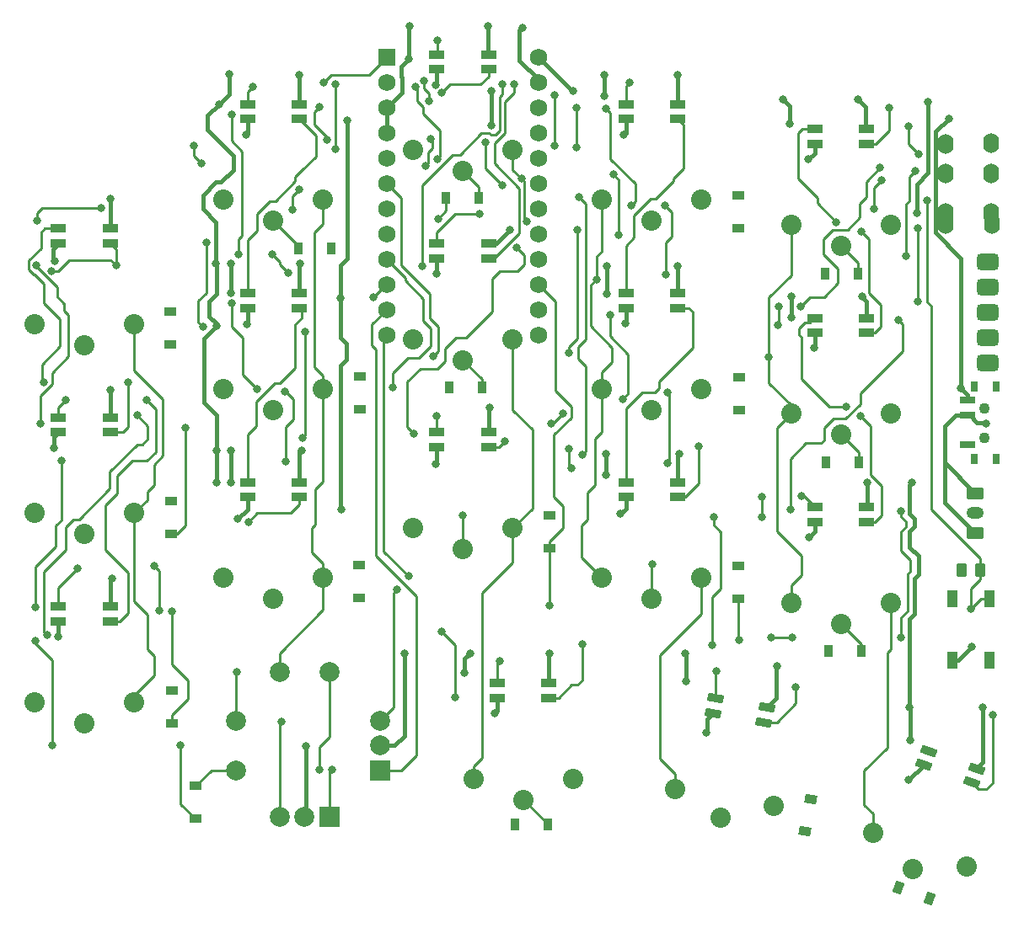
<source format=gbr>
%TF.GenerationSoftware,KiCad,Pcbnew,7.0.8*%
%TF.CreationDate,2023-11-08T13:39:32-05:00*%
%TF.ProjectId,bgkeeb,62676b65-6562-42e6-9b69-6361645f7063,rev?*%
%TF.SameCoordinates,Original*%
%TF.FileFunction,Copper,L1,Top*%
%TF.FilePolarity,Positive*%
%FSLAX46Y46*%
G04 Gerber Fmt 4.6, Leading zero omitted, Abs format (unit mm)*
G04 Created by KiCad (PCBNEW 7.0.8) date 2023-11-08 13:39:32*
%MOMM*%
%LPD*%
G01*
G04 APERTURE LIST*
G04 Aperture macros list*
%AMRoundRect*
0 Rectangle with rounded corners*
0 $1 Rounding radius*
0 $2 $3 $4 $5 $6 $7 $8 $9 X,Y pos of 4 corners*
0 Add a 4 corners polygon primitive as box body*
4,1,4,$2,$3,$4,$5,$6,$7,$8,$9,$2,$3,0*
0 Add four circle primitives for the rounded corners*
1,1,$1+$1,$2,$3*
1,1,$1+$1,$4,$5*
1,1,$1+$1,$6,$7*
1,1,$1+$1,$8,$9*
0 Add four rect primitives between the rounded corners*
20,1,$1+$1,$2,$3,$4,$5,0*
20,1,$1+$1,$4,$5,$6,$7,0*
20,1,$1+$1,$6,$7,$8,$9,0*
20,1,$1+$1,$8,$9,$2,$3,0*%
%AMRotRect*
0 Rectangle, with rotation*
0 The origin of the aperture is its center*
0 $1 length*
0 $2 width*
0 $3 Rotation angle, in degrees counterclockwise*
0 Add horizontal line*
21,1,$1,$2,0,0,$3*%
G04 Aperture macros list end*
%TA.AperFunction,SMDPad,CuDef*%
%ADD10RoundRect,0.250000X-0.262500X-0.450000X0.262500X-0.450000X0.262500X0.450000X-0.262500X0.450000X0*%
%TD*%
%TA.AperFunction,ComponentPad*%
%ADD11C,2.032000*%
%TD*%
%TA.AperFunction,SMDPad,CuDef*%
%ADD12R,1.100000X1.800000*%
%TD*%
%TA.AperFunction,ComponentPad*%
%ADD13R,1.752600X1.752600*%
%TD*%
%TA.AperFunction,ComponentPad*%
%ADD14C,1.752600*%
%TD*%
%TA.AperFunction,ComponentPad*%
%ADD15R,2.000000X2.000000*%
%TD*%
%TA.AperFunction,ComponentPad*%
%ADD16C,2.000000*%
%TD*%
%TA.AperFunction,ComponentPad*%
%ADD17O,1.600000X2.000000*%
%TD*%
%TA.AperFunction,SMDPad,CuDef*%
%ADD18R,1.200000X0.900000*%
%TD*%
%TA.AperFunction,SMDPad,CuDef*%
%ADD19R,0.900000X1.200000*%
%TD*%
%TA.AperFunction,SMDPad,CuDef*%
%ADD20RotRect,0.900000X1.200000X80.000000*%
%TD*%
%TA.AperFunction,SMDPad,CuDef*%
%ADD21RotRect,0.900000X1.200000X340.000000*%
%TD*%
%TA.AperFunction,ComponentPad*%
%ADD22RoundRect,0.250000X-0.625000X0.350000X-0.625000X-0.350000X0.625000X-0.350000X0.625000X0.350000X0*%
%TD*%
%TA.AperFunction,ComponentPad*%
%ADD23O,1.750000X1.200000*%
%TD*%
%TA.AperFunction,SMDPad,CuDef*%
%ADD24R,0.800000X1.000000*%
%TD*%
%TA.AperFunction,WasherPad*%
%ADD25C,1.100000*%
%TD*%
%TA.AperFunction,SMDPad,CuDef*%
%ADD26R,1.500000X0.700000*%
%TD*%
%TA.AperFunction,ComponentPad*%
%ADD27RoundRect,0.425000X0.675000X0.425000X-0.675000X0.425000X-0.675000X-0.425000X0.675000X-0.425000X0*%
%TD*%
%TA.AperFunction,ComponentPad*%
%ADD28RoundRect,0.425000X0.675000X-0.425000X0.675000X0.425000X-0.675000X0.425000X-0.675000X-0.425000X0*%
%TD*%
%TA.AperFunction,SMDPad,CuDef*%
%ADD29RoundRect,0.082000X0.718000X-0.328000X0.718000X0.328000X-0.718000X0.328000X-0.718000X-0.328000X0*%
%TD*%
%TA.AperFunction,SMDPad,CuDef*%
%ADD30RoundRect,0.082000X0.650135X-0.447696X0.764049X0.198338X-0.650135X0.447696X-0.764049X-0.198338X0*%
%TD*%
%TA.AperFunction,SMDPad,CuDef*%
%ADD31RoundRect,0.082000X0.562517X-0.553790X0.786882X0.062649X-0.562517X0.553790X-0.786882X-0.062649X0*%
%TD*%
%TA.AperFunction,ViaPad*%
%ADD32C,0.800000*%
%TD*%
%TA.AperFunction,Conductor*%
%ADD33C,0.381000*%
%TD*%
%TA.AperFunction,Conductor*%
%ADD34C,0.400000*%
%TD*%
%TA.AperFunction,Conductor*%
%ADD35C,0.254000*%
%TD*%
G04 APERTURE END LIST*
D10*
%TO.P,R4,1*%
%TO.N,+5V*%
X149131093Y-86540404D03*
%TO.P,R4,2*%
%TO.N,RESET*%
X150956093Y-86540404D03*
%TD*%
D11*
%TO.P,SW2,1,1*%
%TO.N,Net-(D10-A)*%
X79997588Y-51426488D03*
%TO.P,SW2,2,2*%
%TO.N,col1*%
X74997588Y-49326488D03*
X84997588Y-49326488D03*
%TD*%
%TO.P,SW3,1,1*%
%TO.N,Net-(D18-A)*%
X98997587Y-46426488D03*
%TO.P,SW3,2,2*%
%TO.N,col2*%
X93997587Y-44326488D03*
X103997587Y-44326488D03*
%TD*%
%TO.P,SW4,1,1*%
%TO.N,Net-(D27-A)*%
X117997586Y-51426488D03*
%TO.P,SW4,2,2*%
%TO.N,col3*%
X112997586Y-49326488D03*
X122997586Y-49326488D03*
%TD*%
%TO.P,SW5,1,1*%
%TO.N,Net-(D31-A)*%
X136997585Y-53926489D03*
%TO.P,SW5,2,2*%
%TO.N,col4*%
X131997585Y-51826489D03*
X141997585Y-51826489D03*
%TD*%
%TO.P,SW11,1,1*%
%TO.N,Net-(D11-A)*%
X60997589Y-82926486D03*
%TO.P,SW11,2,2*%
%TO.N,col0*%
X55997589Y-80826486D03*
X65997589Y-80826486D03*
%TD*%
%TO.P,SW12,1,1*%
%TO.N,Net-(D12-A)*%
X79997588Y-70426487D03*
%TO.P,SW12,2,2*%
%TO.N,col1*%
X74997588Y-68326487D03*
X84997588Y-68326487D03*
%TD*%
%TO.P,SW13,1,1*%
%TO.N,Net-(D13-A)*%
X98997587Y-65426487D03*
%TO.P,SW13,2,2*%
%TO.N,col2*%
X93997587Y-63326487D03*
X103997587Y-63326487D03*
%TD*%
%TO.P,SW14,1,1*%
%TO.N,Net-(D14-A)*%
X117997586Y-70426487D03*
%TO.P,SW14,2,2*%
%TO.N,col3*%
X112997586Y-68326487D03*
X122997586Y-68326487D03*
%TD*%
%TO.P,SW15,1,1*%
%TO.N,Net-(D15-A)*%
X136997585Y-72926488D03*
%TO.P,SW15,2,2*%
%TO.N,col4*%
X131997585Y-70826488D03*
X141997585Y-70826488D03*
%TD*%
%TO.P,SW21,1,1*%
%TO.N,Net-(D21-A)*%
X60997588Y-101926485D03*
%TO.P,SW21,2,2*%
%TO.N,col0*%
X55997588Y-99826485D03*
X65997588Y-99826485D03*
%TD*%
%TO.P,SW22,1,1*%
%TO.N,Net-(D17-A)*%
X79997587Y-89426486D03*
%TO.P,SW22,2,2*%
%TO.N,col1*%
X74997587Y-87326486D03*
X84997587Y-87326486D03*
%TD*%
%TO.P,SW23,1,1*%
%TO.N,Net-(D20-A)*%
X98997586Y-84426487D03*
%TO.P,SW23,2,2*%
%TO.N,col2*%
X93997586Y-82326487D03*
X103997586Y-82326487D03*
%TD*%
%TO.P,SW24,1,1*%
%TO.N,Net-(D24-A)*%
X117997586Y-89426487D03*
%TO.P,SW24,2,2*%
%TO.N,col3*%
X112997586Y-87326487D03*
X122997586Y-87326487D03*
%TD*%
%TO.P,SW25,1,1*%
%TO.N,Net-(D25-A)*%
X136997585Y-91926487D03*
%TO.P,SW25,2,2*%
%TO.N,col4*%
X131997585Y-89826487D03*
X141997585Y-89826487D03*
%TD*%
%TO.P,SW34,1,1*%
%TO.N,Net-(D30-A)*%
X124939150Y-111451122D03*
%TO.P,SW34,2,2*%
%TO.N,col3*%
X120379772Y-108514785D03*
X130227850Y-110251266D03*
%TD*%
%TO.P,SW35,1,1*%
%TO.N,Net-(D35-A)*%
X144230196Y-116620142D03*
%TO.P,SW35,2,2*%
%TO.N,col4*%
X140249975Y-112936687D03*
X149646902Y-116356889D03*
%TD*%
D12*
%TO.P,SW41,1,1*%
%TO.N,GND*%
X148193593Y-95609404D03*
%TO.P,SW41,2,2*%
%TO.N,RESET*%
X151893593Y-89409404D03*
%TO.P,SW41,3*%
%TO.N,N/C*%
X151893593Y-95609404D03*
%TO.P,SW41,4*%
X148193593Y-89409404D03*
%TD*%
D11*
%TO.P,SW1,1,1*%
%TO.N,Net-(D1-A)*%
X60997589Y-63926487D03*
%TO.P,SW1,2,2*%
%TO.N,col0*%
X55997589Y-61826487D03*
X65997589Y-61826487D03*
%TD*%
D13*
%TO.P,U1,1,TX0/PD3*%
%TO.N,led*%
X91369593Y-34978404D03*
D14*
%TO.P,U1,2,RX1/PD2*%
%TO.N,data*%
X91369593Y-37518404D03*
%TO.P,U1,3,GND*%
%TO.N,GND*%
X91369593Y-40058404D03*
%TO.P,U1,4,GND*%
X91369593Y-42598404D03*
%TO.P,U1,5,2/PD1*%
%TO.N,sda*%
X91369593Y-45138404D03*
%TO.P,U1,6,3/PD0*%
%TO.N,scl*%
X91369593Y-47678404D03*
%TO.P,U1,7,4/PD4*%
%TO.N,col1*%
X91369593Y-50218404D03*
%TO.P,U1,8,5/PC6*%
%TO.N,unconnected-(U1-5{slash}PC6-Pad8)*%
X91369593Y-52758404D03*
%TO.P,U1,9,6/PD7*%
%TO.N,row1*%
X91369593Y-55298404D03*
%TO.P,U1,10,7/PE6*%
%TO.N,row3*%
X91369593Y-57838404D03*
%TO.P,U1,11,8/PB4*%
%TO.N,ENC1A*%
X91369593Y-60378404D03*
%TO.P,U1,12,9/PB5*%
%TO.N,ENC1B*%
X91369593Y-62918404D03*
%TO.P,U1,13,10/PB6*%
%TO.N,unconnected-(U1-10{slash}PB6-Pad13)*%
X106609593Y-62918404D03*
%TO.P,U1,14,16/PB2*%
%TO.N,col4*%
X106609593Y-60378404D03*
%TO.P,U1,15,14/PB3*%
%TO.N,row2*%
X106609593Y-57838404D03*
%TO.P,U1,16,15/PB1*%
%TO.N,col3*%
X106609593Y-55298404D03*
%TO.P,U1,17,A0/PF7*%
%TO.N,unconnected-(U1-A0{slash}PF7-Pad17)*%
X106609593Y-52758404D03*
%TO.P,U1,18,A1/PF6*%
%TO.N,row0*%
X106609593Y-50218404D03*
%TO.P,U1,19,A2/PF5*%
%TO.N,col2*%
X106609593Y-47678404D03*
%TO.P,U1,20,A3/PF4*%
%TO.N,col0*%
X106609593Y-45138404D03*
%TO.P,U1,21,VCC*%
%TO.N,+5V*%
X106609593Y-42598404D03*
%TO.P,U1,22,RST*%
%TO.N,RESET*%
X106609593Y-40058404D03*
%TO.P,U1,23,GND*%
%TO.N,GND*%
X106609593Y-37518404D03*
%TO.P,U1,24,RAW*%
%TO.N,raw*%
X106609593Y-34978404D03*
%TD*%
D15*
%TO.P,SW42,A,A*%
%TO.N,ENC1A*%
X90741593Y-106693404D03*
D16*
%TO.P,SW42,B,B*%
%TO.N,ENC1B*%
X90741593Y-101693404D03*
%TO.P,SW42,C,C*%
%TO.N,GND*%
X90741593Y-104193404D03*
%TO.P,SW42,S1,S1*%
%TO.N,col1*%
X76241593Y-101693404D03*
%TO.P,SW42,S2,S2*%
%TO.N,Net-(D37-A)*%
X76241593Y-106693404D03*
%TD*%
D11*
%TO.P,SW6,1,1*%
%TO.N,Net-(D26-A)*%
X105078593Y-109614404D03*
%TO.P,SW6,2,2*%
%TO.N,col2*%
X100078593Y-107514404D03*
X110078593Y-107514404D03*
%TD*%
D17*
%TO.P,U3,1,SLEEVE*%
%TO.N,GND*%
X147540393Y-51739404D03*
%TO.P,U3,2,TIP*%
X152140393Y-50639404D03*
%TO.P,U3,3,RING1*%
%TO.N,data*%
X152140393Y-46639404D03*
%TO.P,U3,4,RING2*%
%TO.N,+5V*%
X152140393Y-43639404D03*
%TD*%
D18*
%TO.P,D7,1,K*%
%TO.N,row0*%
X69665293Y-63857204D03*
%TO.P,D7,2,A*%
%TO.N,Net-(D1-A)*%
X69665293Y-60557204D03*
%TD*%
%TO.P,D8,1,K*%
%TO.N,row1*%
X69677993Y-82869104D03*
%TO.P,D8,2,A*%
%TO.N,Net-(D11-A)*%
X69677993Y-79569104D03*
%TD*%
%TO.P,D9,1,K*%
%TO.N,row2*%
X69779593Y-101919104D03*
%TO.P,D9,2,A*%
%TO.N,Net-(D21-A)*%
X69779593Y-98619104D03*
%TD*%
D19*
%TO.P,D10,1,K*%
%TO.N,row0*%
X85818693Y-54168104D03*
%TO.P,D10,2,A*%
%TO.N,Net-(D10-A)*%
X82518693Y-54168104D03*
%TD*%
D18*
%TO.P,D16,1,K*%
%TO.N,row1*%
X88677193Y-70359604D03*
%TO.P,D16,2,A*%
%TO.N,Net-(D12-A)*%
X88677193Y-67059604D03*
%TD*%
%TO.P,D17,1,K*%
%TO.N,row2*%
X88613693Y-89371504D03*
%TO.P,D17,2,A*%
%TO.N,Net-(D17-A)*%
X88613693Y-86071504D03*
%TD*%
D19*
%TO.P,D18,1,K*%
%TO.N,row0*%
X97326893Y-49100804D03*
%TO.P,D18,2,A*%
%TO.N,Net-(D18-A)*%
X100626893Y-49100804D03*
%TD*%
%TO.P,D19,1,K*%
%TO.N,row1*%
X97631693Y-68201604D03*
%TO.P,D19,2,A*%
%TO.N,Net-(D13-A)*%
X100931693Y-68201604D03*
%TD*%
D18*
%TO.P,D20,1,K*%
%TO.N,row2*%
X107752593Y-84367704D03*
%TO.P,D20,2,A*%
%TO.N,Net-(D20-A)*%
X107752593Y-81067704D03*
%TD*%
D19*
%TO.P,D26,1,K*%
%TO.N,row3*%
X104222993Y-112118204D03*
%TO.P,D26,2,A*%
%TO.N,Net-(D26-A)*%
X107522993Y-112118204D03*
%TD*%
D18*
%TO.P,D27,1,K*%
%TO.N,row0*%
X126726393Y-52160504D03*
%TO.P,D27,2,A*%
%TO.N,Net-(D27-A)*%
X126726393Y-48860504D03*
%TD*%
%TO.P,D28,1,K*%
%TO.N,row1*%
X126802593Y-70448504D03*
%TO.P,D28,2,A*%
%TO.N,Net-(D14-A)*%
X126802593Y-67148504D03*
%TD*%
%TO.P,D29,1,K*%
%TO.N,row2*%
X126739093Y-89396904D03*
%TO.P,D29,2,A*%
%TO.N,Net-(D24-A)*%
X126739093Y-86096904D03*
%TD*%
D20*
%TO.P,D30,1,K*%
%TO.N,row3*%
X133374074Y-112790637D03*
%TO.P,D30,2,A*%
%TO.N,Net-(D30-A)*%
X133947112Y-109540771D03*
%TD*%
D19*
%TO.P,D31,1,K*%
%TO.N,row0*%
X135452293Y-56733504D03*
%TO.P,D31,2,A*%
%TO.N,Net-(D31-A)*%
X138752293Y-56733504D03*
%TD*%
%TO.P,D32,1,K*%
%TO.N,row1*%
X135477693Y-75694604D03*
%TO.P,D32,2,A*%
%TO.N,Net-(D15-A)*%
X138777693Y-75694604D03*
%TD*%
%TO.P,D33,1,K*%
%TO.N,row2*%
X135757093Y-94693804D03*
%TO.P,D33,2,A*%
%TO.N,Net-(D25-A)*%
X139057093Y-94693804D03*
%TD*%
D21*
%TO.P,D36,1,K*%
%TO.N,row3*%
X142778100Y-118424571D03*
%TO.P,D36,2,A*%
%TO.N,Net-(D35-A)*%
X145879086Y-119553237D03*
%TD*%
D18*
%TO.P,D37,1,K*%
%TO.N,row3*%
X72192593Y-111558404D03*
%TO.P,D37,2,A*%
%TO.N,Net-(D37-A)*%
X72192593Y-108258404D03*
%TD*%
D22*
%TO.P,BATJ1,1,Pin_1*%
%TO.N,BT+*%
X150486993Y-78800004D03*
X150486993Y-82800004D03*
D23*
%TO.P,BATJ1,2,Pin_2*%
%TO.N,GND*%
X150486993Y-80800004D03*
%TD*%
D24*
%TO.P,SW_POWER1,*%
%TO.N,*%
X150373793Y-75349204D03*
X152583793Y-75349204D03*
D25*
X151415793Y-73281204D03*
X151415793Y-70281204D03*
D24*
X150373793Y-68049204D03*
X152583793Y-68049204D03*
D26*
%TO.P,SW_POWER1,1,A*%
%TO.N,unconnected-(SW_POWER1-A-Pad1)*%
X149723793Y-73949204D03*
%TO.P,SW_POWER1,2,B*%
%TO.N,BT+*%
X149723793Y-70949204D03*
%TO.P,SW_POWER1,3,C*%
%TO.N,raw*%
X149723793Y-69449204D03*
%TD*%
D27*
%TO.P,J1,1,Pin_1*%
%TO.N,+5V*%
X151745393Y-55577804D03*
D28*
%TO.P,J1,2,Pin_2*%
%TO.N,sda*%
X151745393Y-58117804D03*
%TO.P,J1,3,Pin_3*%
%TO.N,scl*%
X151745393Y-60657804D03*
%TO.P,J1,4,Pin_4*%
%TO.N,unconnected-(J1-Pin_4-Pad4)*%
X151745393Y-63197804D03*
%TO.P,J1,5,Pin_5*%
%TO.N,GND*%
X151745393Y-65737804D03*
%TD*%
D17*
%TO.P,U4,1,SLEEVE*%
%TO.N,GND*%
X152151793Y-51767804D03*
%TO.P,U4,2,TIP*%
X147551793Y-50667804D03*
%TO.P,U4,3,RING1*%
%TO.N,data*%
X147551793Y-46667804D03*
%TO.P,U4,4,RING2*%
%TO.N,+5V*%
X147551793Y-43667804D03*
%TD*%
D15*
%TO.P,SW7,A,A*%
%TO.N,ENC1A*%
X85614593Y-111312404D03*
D16*
%TO.P,SW7,B,B*%
%TO.N,ENC1B*%
X80614593Y-111312404D03*
%TO.P,SW7,C,C*%
%TO.N,GND*%
X83114593Y-111312404D03*
%TO.P,SW7,S1,S1*%
%TO.N,col1*%
X80614593Y-96812404D03*
%TO.P,SW7,S2,S2*%
%TO.N,Net-(D37-A)*%
X85614593Y-96812404D03*
%TD*%
D29*
%TO.P,D38,1,VDD*%
%TO.N,+5V*%
X58397589Y-53696488D03*
%TO.P,D38,2,DOUT*%
%TO.N,Net-(D38-DOUT)*%
X58397589Y-52196488D03*
%TO.P,D38,3,VSS*%
%TO.N,GND*%
X63597589Y-52196488D03*
%TO.P,D38,4,DIN*%
%TO.N,led*%
X63597589Y-53696488D03*
%TD*%
%TO.P,D39,1,VDD*%
%TO.N,+5V*%
X115397586Y-79196488D03*
%TO.P,D39,2,DOUT*%
%TO.N,Net-(D39-DOUT)*%
X115397586Y-77696488D03*
%TO.P,D39,3,VSS*%
%TO.N,GND*%
X120597586Y-77696488D03*
%TO.P,D39,4,DIN*%
%TO.N,Net-(D39-DIN)*%
X120597586Y-79196488D03*
%TD*%
%TO.P,D40,1,VDD*%
%TO.N,+5V*%
X58397589Y-72696487D03*
%TO.P,D40,2,DOUT*%
%TO.N,Net-(D40-DOUT)*%
X58397589Y-71196487D03*
%TO.P,D40,3,VSS*%
%TO.N,GND*%
X63597589Y-71196487D03*
%TO.P,D40,4,DIN*%
%TO.N,Net-(D38-DOUT)*%
X63597589Y-72696487D03*
%TD*%
%TO.P,D44,1,VDD*%
%TO.N,+5V*%
X115397586Y-60196488D03*
%TO.P,D44,2,DOUT*%
%TO.N,Net-(D44-DOUT)*%
X115397586Y-58696488D03*
%TO.P,D44,3,VSS*%
%TO.N,GND*%
X120597586Y-58696488D03*
%TO.P,D44,4,DIN*%
%TO.N,Net-(D39-DOUT)*%
X120597586Y-60196488D03*
%TD*%
%TO.P,D58,1,VDD*%
%TO.N,+5V*%
X58397588Y-91696486D03*
%TO.P,D58,2,DOUT*%
%TO.N,Net-(D58-DOUT)*%
X58397588Y-90196486D03*
%TO.P,D58,3,VSS*%
%TO.N,GND*%
X63597588Y-90196486D03*
%TO.P,D58,4,DIN*%
%TO.N,Net-(D40-DOUT)*%
X63597588Y-91696486D03*
%TD*%
%TO.P,D61,1,VDD*%
%TO.N,+5V*%
X115397586Y-41196489D03*
%TO.P,D61,2,DOUT*%
%TO.N,Net-(D61-DOUT)*%
X115397586Y-39696489D03*
%TO.P,D61,3,VSS*%
%TO.N,GND*%
X120597586Y-39696489D03*
%TO.P,D61,4,DIN*%
%TO.N,Net-(D44-DOUT)*%
X120597586Y-41196489D03*
%TD*%
%TO.P,D62,1,VDD*%
%TO.N,+5V*%
X134397585Y-43696490D03*
%TO.P,D62,2,DOUT*%
%TO.N,Net-(D62-DOUT)*%
X134397585Y-42196490D03*
%TO.P,D62,3,VSS*%
%TO.N,GND*%
X139597585Y-42196490D03*
%TO.P,D62,4,DIN*%
%TO.N,Net-(D61-DOUT)*%
X139597585Y-43696490D03*
%TD*%
%TO.P,D63,1,VDD*%
%TO.N,+5V*%
X77397587Y-79196487D03*
%TO.P,D63,2,DOUT*%
%TO.N,Net-(D63-DOUT)*%
X77397587Y-77696487D03*
%TO.P,D63,3,VSS*%
%TO.N,GND*%
X82597587Y-77696487D03*
%TO.P,D63,4,DIN*%
%TO.N,Net-(D58-DOUT)*%
X82597587Y-79196487D03*
%TD*%
%TO.P,D64,1,VDD*%
%TO.N,+5V*%
X134397585Y-62696489D03*
%TO.P,D64,2,DOUT*%
%TO.N,Net-(D64-DOUT)*%
X134397585Y-61196489D03*
%TO.P,D64,3,VSS*%
%TO.N,GND*%
X139597585Y-61196489D03*
%TO.P,D64,4,DIN*%
%TO.N,Net-(D62-DOUT)*%
X139597585Y-62696489D03*
%TD*%
%TO.P,D65,1,VDD*%
%TO.N,+5V*%
X77397588Y-60196488D03*
%TO.P,D65,2,DOUT*%
%TO.N,Net-(D65-DOUT)*%
X77397588Y-58696488D03*
%TO.P,D65,3,VSS*%
%TO.N,GND*%
X82597588Y-58696488D03*
%TO.P,D65,4,DIN*%
%TO.N,Net-(D63-DOUT)*%
X82597588Y-60196488D03*
%TD*%
%TO.P,D66,1,VDD*%
%TO.N,+5V*%
X134397585Y-81696488D03*
%TO.P,D66,2,DOUT*%
%TO.N,Net-(D66-DOUT)*%
X134397585Y-80196488D03*
%TO.P,D66,3,VSS*%
%TO.N,GND*%
X139597585Y-80196488D03*
%TO.P,D66,4,DIN*%
%TO.N,Net-(D64-DOUT)*%
X139597585Y-81696488D03*
%TD*%
%TO.P,D67,1,VDD*%
%TO.N,+5V*%
X77397588Y-41196489D03*
%TO.P,D67,2,DOUT*%
%TO.N,Net-(D67-DOUT)*%
X77397588Y-39696489D03*
%TO.P,D67,3,VSS*%
%TO.N,GND*%
X82597588Y-39696489D03*
%TO.P,D67,4,DIN*%
%TO.N,Net-(D65-DOUT)*%
X82597588Y-41196489D03*
%TD*%
%TO.P,D68,1,VDD*%
%TO.N,+5V*%
X102478593Y-99384405D03*
%TO.P,D68,2,DOUT*%
%TO.N,Net-(D68-DOUT)*%
X102478593Y-97884405D03*
%TO.P,D68,3,VSS*%
%TO.N,GND*%
X107678593Y-97884405D03*
%TO.P,D68,4,DIN*%
%TO.N,Net-(D66-DOUT)*%
X107678593Y-99384405D03*
%TD*%
%TO.P,D69,1,VDD*%
%TO.N,+5V*%
X96397587Y-36196489D03*
%TO.P,D69,2,DOUT*%
%TO.N,Net-(D69-DOUT)*%
X96397587Y-34696489D03*
%TO.P,D69,3,VSS*%
%TO.N,GND*%
X101597587Y-34696489D03*
%TO.P,D69,4,DIN*%
%TO.N,Net-(D67-DOUT)*%
X101597587Y-36196489D03*
%TD*%
%TO.P,D70,1,VDD*%
%TO.N,+5V*%
X96397587Y-55196488D03*
%TO.P,D70,2,DOUT*%
%TO.N,Net-(D70-DOUT)*%
X96397587Y-53696488D03*
%TO.P,D70,3,VSS*%
%TO.N,GND*%
X101597587Y-53696488D03*
%TO.P,D70,4,DIN*%
%TO.N,Net-(D69-DOUT)*%
X101597587Y-55196488D03*
%TD*%
D30*
%TO.P,D71,1,VDD*%
%TO.N,+5V*%
X124155070Y-100925054D03*
%TO.P,D71,2,DOUT*%
%TO.N,Net-(D71-DOUT)*%
X124415543Y-99447843D03*
%TO.P,D71,3,VSS*%
%TO.N,GND*%
X129536543Y-100350813D03*
%TO.P,D71,4,DIN*%
%TO.N,Net-(D68-DOUT)*%
X129276071Y-101828025D03*
%TD*%
D29*
%TO.P,D72,1,VDD*%
%TO.N,+5V*%
X96397586Y-74196488D03*
%TO.P,D72,2,DOUT*%
%TO.N,Net-(D39-DIN)*%
X96397586Y-72696488D03*
%TO.P,D72,3,VSS*%
%TO.N,GND*%
X101597586Y-72696488D03*
%TO.P,D72,4,DIN*%
%TO.N,Net-(D70-DOUT)*%
X101597586Y-74196488D03*
%TD*%
D31*
%TO.P,D73,1,VDD*%
%TO.N,+5V*%
X145285861Y-106117836D03*
%TO.P,D73,2,DOUT*%
%TO.N,unconnected-(D73-DOUT-Pad2)*%
X145798891Y-104708297D03*
%TO.P,D73,3,VSS*%
%TO.N,GND*%
X150685293Y-106486801D03*
%TO.P,D73,4,DIN*%
%TO.N,Net-(D71-DOUT)*%
X150172263Y-107896340D03*
%TD*%
D32*
%TO.N,GND*%
X144620693Y-50675604D03*
X113483393Y-58740104D03*
X63823293Y-87353204D03*
X74224593Y-55717504D03*
X113483393Y-56009604D03*
X139134293Y-59057604D03*
X143909493Y-100358004D03*
X121370093Y-94909704D03*
X144138093Y-77739304D03*
X131222193Y-39230304D03*
X75726293Y-77713904D03*
X120630393Y-56009604D03*
X74272293Y-62016704D03*
X74542093Y-39702804D03*
X150145193Y-94262004D03*
X107752593Y-94909704D03*
X130561793Y-96179704D03*
X83292393Y-104269604D03*
X93706393Y-31828804D03*
X74272293Y-74513504D03*
X99741993Y-94909704D03*
X139642293Y-77739304D03*
X113378693Y-74894504D03*
X82631993Y-55717504D03*
X82619293Y-36731004D03*
X93134893Y-94909704D03*
X63594693Y-68455604D03*
X113277093Y-36743704D03*
X120566893Y-36756404D03*
X138740593Y-39230304D03*
X113238993Y-38915404D03*
X145750993Y-39448804D03*
X113402593Y-76948404D03*
X82809793Y-74513504D03*
X120744693Y-74894504D03*
X75726293Y-55717504D03*
X63645476Y-49179894D03*
X132025393Y-59057604D03*
X131882593Y-41709404D03*
X151250093Y-100358004D03*
X103790193Y-52339304D03*
X101707393Y-70233604D03*
X75726293Y-58689304D03*
X75558093Y-36685956D03*
X105009393Y-31981204D03*
X75726293Y-74513504D03*
X93587593Y-35153404D03*
X121468593Y-97744404D03*
X132025393Y-61165804D03*
X99192593Y-96888404D03*
X143972993Y-103685404D03*
X101529593Y-31866904D03*
X74272293Y-77718704D03*
%TO.N,+5V*%
X57955893Y-74272204D03*
X115321793Y-61750004D03*
X101882593Y-38328404D03*
X149131093Y-86540404D03*
X134333693Y-64201104D03*
X123487893Y-102847204D03*
X96322593Y-75859704D03*
X86852087Y-80466110D03*
X86740443Y-59203654D03*
X77259893Y-42788904D03*
X87407193Y-41366504D03*
X96360693Y-56733504D03*
X102202693Y-100929504D03*
X58006693Y-55476204D03*
X133774893Y-83251104D03*
X96322593Y-37772404D03*
X58400393Y-93246004D03*
X133736793Y-45252704D03*
X101912593Y-41818404D03*
X77297993Y-61813504D03*
X115220193Y-42738104D03*
X143833293Y-107635104D03*
X114851893Y-80876204D03*
X76447093Y-81371504D03*
%TO.N,BT+*%
X151549593Y-71796404D03*
%TO.N,row0*%
X97326893Y-49100804D03*
X72912593Y-62068404D03*
X135452293Y-56733504D03*
X85818693Y-54168104D03*
X96522593Y-51198404D03*
X73232593Y-53638404D03*
X126726393Y-52160504D03*
X69665293Y-63870904D03*
%TO.N,Net-(D1-A)*%
X69665293Y-60557204D03*
%TO.N,Net-(D10-A)*%
X82518693Y-54168104D03*
%TO.N,row1*%
X135477693Y-75694604D03*
X71151193Y-72252904D03*
X88677193Y-70359604D03*
X69698193Y-82882804D03*
X126802593Y-70448504D03*
X91988793Y-68201604D03*
X97631693Y-68201604D03*
%TO.N,Net-(D18-A)*%
X100626893Y-49100804D03*
%TO.N,Net-(D27-A)*%
X126726393Y-48860504D03*
%TO.N,Net-(D31-A)*%
X138752293Y-56733504D03*
%TO.N,Net-(D26-A)*%
X107522993Y-112118204D03*
%TO.N,Net-(D11-A)*%
X69677993Y-79569104D03*
%TO.N,Net-(D21-A)*%
X69779593Y-98619104D03*
%TO.N,Net-(D12-A)*%
X88677193Y-67059604D03*
%TO.N,Net-(D13-A)*%
X100931693Y-68201604D03*
%TO.N,row2*%
X135757093Y-94693804D03*
X107752593Y-84367704D03*
X69772593Y-90708404D03*
X69779593Y-101919104D03*
X126739093Y-89396904D03*
X88613693Y-89371504D03*
X126762593Y-93538404D03*
X107692593Y-90118404D03*
%TO.N,Net-(D14-A)*%
X126802593Y-67148504D03*
%TO.N,Net-(D15-A)*%
X138777693Y-75694604D03*
%TO.N,Net-(D17-A)*%
X88613693Y-86071504D03*
%TO.N,Net-(D20-A)*%
X99032593Y-80998404D03*
X107752593Y-81067704D03*
%TO.N,Net-(D24-A)*%
X126739093Y-86096904D03*
X118042593Y-85968404D03*
%TO.N,Net-(D25-A)*%
X139057093Y-94693804D03*
%TO.N,row3*%
X104222993Y-112118204D03*
X90072593Y-59078404D03*
X82912593Y-73228404D03*
X58702593Y-75548404D03*
X57742593Y-104138404D03*
X72192593Y-111558404D03*
X133381193Y-112791304D03*
X142778100Y-118424571D03*
X56102593Y-93628404D03*
X70672593Y-104118404D03*
X56102593Y-90258404D03*
X83172593Y-62568404D03*
%TO.N,Net-(D30-A)*%
X133947112Y-109540771D03*
%TO.N,Net-(D35-A)*%
X145879086Y-119553237D03*
%TO.N,Net-(D37-A)*%
X72192593Y-108258404D03*
X84638593Y-106606404D03*
%TO.N,Net-(D38-DOUT)*%
X65410793Y-67665104D03*
X56914493Y-67655504D03*
%TO.N,led*%
X85044993Y-37521504D03*
X57662593Y-56498404D03*
X71976693Y-43906504D03*
X72725993Y-45633704D03*
X64178893Y-55908004D03*
%TO.N,Net-(D39-DIN)*%
X122738593Y-74104004D03*
X109105311Y-70773186D03*
X96424193Y-71024104D03*
X107930393Y-71846504D03*
%TO.N,Net-(D40-DOUT)*%
X59175093Y-69408104D03*
X67303093Y-69471604D03*
%TO.N,Net-(D41-DOUT)*%
X56241393Y-51399504D03*
X62680293Y-50154904D03*
X56152593Y-55888404D03*
X56622593Y-71828404D03*
%TO.N,Net-(D42-DOUT)*%
X66299793Y-70970204D03*
X57244693Y-93080904D03*
%TO.N,Net-(D45-DOUT)*%
X75782593Y-59738404D03*
X78352593Y-68368404D03*
X81252593Y-75608404D03*
X81142593Y-68588404D03*
%TO.N,Net-(D46-DOUT)*%
X75792593Y-40718404D03*
X79882593Y-54788404D03*
X76452593Y-54758404D03*
X81450893Y-56619204D03*
%TO.N,Net-(D47-DOUT)*%
X84638593Y-39956804D03*
X85375193Y-43296904D03*
X95152593Y-37328404D03*
X95636793Y-39410704D03*
%TO.N,Net-(D48-DOUT)*%
X102952895Y-37717149D03*
X94950993Y-55943004D03*
%TO.N,Net-(D49-DOUT)*%
X94142593Y-72788404D03*
X104392593Y-54128404D03*
%TO.N,Net-(D50-DOUT)*%
X109924293Y-76291504D03*
X109657593Y-74348404D03*
%TO.N,Net-(D51-DOUT)*%
X119601693Y-75796204D03*
X119562593Y-68668404D03*
X113792593Y-60908404D03*
X115092593Y-69328404D03*
%TO.N,Net-(D52-DOUT)*%
X113392593Y-40158404D03*
X119352593Y-49898404D03*
X115972593Y-49888404D03*
X119436593Y-56800104D03*
%TO.N,Net-(D54-DOUT)*%
X143802593Y-41948404D03*
X130712593Y-61918404D03*
X132972593Y-60018404D03*
X140932593Y-46088404D03*
X130782593Y-60018404D03*
X144782593Y-44718404D03*
%TO.N,Net-(D55-DOUT)*%
X142792593Y-61358404D03*
X131920693Y-80446504D03*
%TO.N,Net-(D56-DOUT)*%
X129990293Y-93334904D03*
X96881393Y-92725304D03*
X132129960Y-93278037D03*
X143071293Y-80584104D03*
X143045893Y-93284104D03*
X98278393Y-99367404D03*
%TO.N,Net-(D58-DOUT)*%
X67988893Y-86108604D03*
X77501193Y-81676304D03*
X60330793Y-86413404D03*
X68509593Y-90604404D03*
%TO.N,Net-(D61-DOUT)*%
X141839393Y-40071704D03*
X115766293Y-37534204D03*
%TO.N,Net-(D62-DOUT)*%
X139082593Y-52538404D03*
X136531076Y-51552187D03*
%TO.N,Net-(D64-DOUT)*%
X138982593Y-71048404D03*
X137542593Y-70088404D03*
%TO.N,Net-(D66-DOUT)*%
X129063193Y-81231804D03*
X124224493Y-81231804D03*
X124033993Y-94084204D03*
X129052593Y-79158404D03*
X133082593Y-79068404D03*
X111041893Y-94033404D03*
%TO.N,Net-(D67-DOUT)*%
X86213393Y-44185904D03*
X86213393Y-37683504D03*
X77932993Y-37930466D03*
X96933102Y-38564415D03*
%TO.N,Net-(D68-DOUT)*%
X132492193Y-98313304D03*
X102748793Y-95700204D03*
%TO.N,Net-(D69-DOUT)*%
X104142593Y-37688404D03*
X96482593Y-33318404D03*
%TO.N,Net-(D70-DOUT)*%
X100665993Y-50713704D03*
X103232593Y-73608404D03*
X111054425Y-74958172D03*
X110679292Y-49015103D03*
%TO.N,RESET*%
X150068993Y-90439304D03*
X110412593Y-40078404D03*
X145702593Y-49408404D03*
X150956093Y-86540404D03*
X110470393Y-44058904D03*
%TO.N,col0*%
X102962593Y-47838404D03*
X81912593Y-50278404D03*
X101322593Y-43498404D03*
X82592593Y-48308404D03*
%TO.N,col1*%
X76352593Y-96798404D03*
%TO.N,col2*%
X109662593Y-64688404D03*
X105462593Y-51478404D03*
X104912593Y-47198404D03*
X110522593Y-52378404D03*
%TO.N,col3*%
X112442593Y-57298404D03*
%TO.N,col4*%
X129782593Y-65148404D03*
%TO.N,sda*%
X95792593Y-43228404D03*
X108272593Y-38798404D03*
X108272593Y-43828404D03*
X144752593Y-52138404D03*
X95312593Y-45928404D03*
X144734993Y-59565604D03*
X140362593Y-50208404D03*
X141092593Y-47378404D03*
%TO.N,scl*%
X96042593Y-65028404D03*
%TO.N,Net-(D71-DOUT)*%
X124525592Y-96729506D03*
X152266093Y-101120004D03*
%TO.N,ENC1B*%
X80828593Y-101780404D03*
X93579393Y-87162704D03*
X92410993Y-88496204D03*
%TO.N,ENC1A*%
X85908593Y-106606404D03*
%TO.N,data*%
X94302593Y-37948404D03*
X96462593Y-45188404D03*
X143515793Y-54993604D03*
X114692593Y-52868404D03*
X114132593Y-46768404D03*
X144493693Y-46433804D03*
%TO.N,raw*%
X149060393Y-68240404D03*
X147833793Y-41125204D03*
X110063993Y-38356604D03*
%TD*%
D33*
%TO.N,GND*%
X148773593Y-95633604D02*
X148749393Y-95609404D01*
X151288193Y-100396104D02*
X151250093Y-100358004D01*
X138740593Y-39230304D02*
X139451793Y-39941504D01*
X143909493Y-100358004D02*
X143909493Y-91421504D01*
X99222593Y-96858404D02*
X99222593Y-95429104D01*
X139642293Y-80151780D02*
X139597585Y-80196488D01*
X113483393Y-58740104D02*
X113483393Y-56009604D01*
X143972993Y-103685404D02*
X143972993Y-100421504D01*
X90741593Y-104193404D02*
X92169693Y-104193404D01*
X144802593Y-85134604D02*
X143909493Y-84241504D01*
X144387593Y-90943404D02*
X144387593Y-87393404D01*
X75942593Y-44858404D02*
X73382593Y-42298404D01*
X63597589Y-71196487D02*
X63597589Y-68458500D01*
X121468593Y-97744404D02*
X121468593Y-95008204D01*
X101597587Y-53696488D02*
X102433009Y-53696488D01*
X74224593Y-55717504D02*
X74224593Y-51560404D01*
X120566893Y-36756404D02*
X120566893Y-39665796D01*
X144620693Y-47741904D02*
X144620693Y-50675604D01*
X120597586Y-58696488D02*
X120597586Y-56042411D01*
X82597587Y-77696487D02*
X82597587Y-74725710D01*
X107678593Y-97884405D02*
X107678593Y-94983704D01*
X72992593Y-69668404D02*
X72992593Y-63296404D01*
X63597588Y-87578909D02*
X63823293Y-87353204D01*
X120597586Y-75041611D02*
X120744693Y-74894504D01*
X74272293Y-77718704D02*
X74272293Y-74513504D01*
X92802593Y-36918404D02*
X92802593Y-35938404D01*
X113402593Y-74918404D02*
X113378693Y-74894504D01*
X143972993Y-100421504D02*
X143909493Y-100358004D01*
X143909493Y-80885304D02*
X143909493Y-77967904D01*
X75726293Y-58689304D02*
X75726293Y-55717504D01*
X101529593Y-34628495D02*
X101597587Y-34696489D01*
X113402593Y-76948404D02*
X113402593Y-74918404D01*
X144422593Y-82168404D02*
X144422593Y-81398404D01*
X145750993Y-39448804D02*
X145750993Y-46611604D01*
X74272293Y-70948104D02*
X72992593Y-69668404D01*
X91369593Y-40058404D02*
X92932593Y-38495404D01*
X120597586Y-77696488D02*
X120597586Y-75041611D01*
X106609593Y-37175404D02*
X104722593Y-35288404D01*
X139134293Y-59057604D02*
X139597585Y-59520896D01*
X107678593Y-94983704D02*
X107752593Y-94909704D01*
X82619293Y-36731004D02*
X82619293Y-39674784D01*
X130498293Y-96243204D02*
X130561793Y-96179704D01*
X83241593Y-111693404D02*
X83241593Y-104320404D01*
X120566893Y-39665796D02*
X120597586Y-39696489D01*
X93587593Y-31947604D02*
X93706393Y-31828804D01*
X73552593Y-59508404D02*
X74272293Y-58788704D01*
X129536543Y-100350813D02*
X130498293Y-99389063D01*
X144387593Y-87393404D02*
X144802593Y-86978404D01*
X63597588Y-90196486D02*
X63597588Y-87578909D01*
X106609593Y-37518404D02*
X106609593Y-37175404D01*
X93134893Y-103228204D02*
X93134893Y-94909704D01*
X101597586Y-72696488D02*
X101597586Y-70343411D01*
X63597589Y-52196488D02*
X63597589Y-49227781D01*
X74272293Y-61738104D02*
X73552593Y-61018404D01*
X63597589Y-68458500D02*
X63594693Y-68455604D01*
X75558093Y-38686804D02*
X74542093Y-39702804D01*
X82597588Y-55751909D02*
X82631993Y-55717504D01*
X113277093Y-38877304D02*
X113238993Y-38915404D01*
X72992593Y-63296404D02*
X74272293Y-62016704D01*
X143909493Y-77967904D02*
X144138093Y-77739304D01*
X150685293Y-106486801D02*
X151288193Y-105883901D01*
X74272293Y-74513504D02*
X74272293Y-70948104D01*
X82597587Y-74725710D02*
X82809793Y-74513504D01*
X120597586Y-56042411D02*
X120630393Y-56009604D01*
X143909493Y-84241504D02*
X143909493Y-82681504D01*
X72902593Y-50238404D02*
X72902593Y-48852404D01*
X74224593Y-47530404D02*
X74720593Y-47530404D01*
X92802593Y-35938404D02*
X93587593Y-35153404D01*
X121468593Y-95008204D02*
X121370093Y-94909704D01*
X130498293Y-99389063D02*
X130498293Y-96243204D01*
X144422593Y-81398404D02*
X143909493Y-80885304D01*
X73552593Y-61018404D02*
X73552593Y-59508404D01*
X104722593Y-32268004D02*
X105009393Y-31981204D01*
X63597589Y-49227781D02*
X63645476Y-49179894D01*
X73382593Y-40862304D02*
X74542093Y-39702804D01*
X73382593Y-42298404D02*
X73382593Y-40862304D01*
X99222593Y-95429104D02*
X99741993Y-94909704D01*
X99192593Y-96888404D02*
X99222593Y-96858404D01*
X145750993Y-46611604D02*
X144620693Y-47741904D01*
X74224593Y-51560404D02*
X72902593Y-50238404D01*
X82619293Y-39674784D02*
X82597588Y-39696489D01*
X148749393Y-95609404D02*
X148193593Y-95609404D01*
X82597588Y-58696488D02*
X82597588Y-55751909D01*
X74272293Y-58788704D02*
X74272293Y-55765204D01*
X104722593Y-35288404D02*
X104722593Y-32268004D01*
X139451793Y-42050698D02*
X139597585Y-42196490D01*
X144802593Y-86978404D02*
X144802593Y-85134604D01*
X74272293Y-55765204D02*
X74224593Y-55717504D01*
X139642293Y-77739304D02*
X139642293Y-80151780D01*
X132025393Y-61165804D02*
X132025393Y-59057604D01*
X92932593Y-37048404D02*
X92802593Y-36918404D01*
X101597586Y-70343411D02*
X101707393Y-70233604D01*
X131222193Y-39230304D02*
X131882593Y-39890704D01*
X91369593Y-40058404D02*
X91369593Y-42598404D01*
X101529593Y-31866904D02*
X101529593Y-34628495D01*
X93587593Y-35153404D02*
X93587593Y-31947604D01*
X143909493Y-82681504D02*
X144422593Y-82168404D01*
X72902593Y-48852404D02*
X74224593Y-47530404D01*
X75942593Y-46308404D02*
X75942593Y-44858404D01*
X92169693Y-104193404D02*
X93134893Y-103228204D01*
X74720593Y-47530404D02*
X75942593Y-46308404D01*
X150145193Y-94262004D02*
X148773593Y-95633604D01*
X139597585Y-59520896D02*
X139597585Y-61196489D01*
X83241593Y-104320404D02*
X83292393Y-104269604D01*
X75558093Y-36685956D02*
X75558093Y-38686804D01*
X139451793Y-39941504D02*
X139451793Y-42050698D01*
X113277093Y-36743704D02*
X113277093Y-38877304D01*
X102433009Y-53696488D02*
X103790193Y-52339304D01*
X131882593Y-39890704D02*
X131882593Y-41709404D01*
X74272293Y-62016704D02*
X74272293Y-61738104D01*
X143909493Y-91421504D02*
X144387593Y-90943404D01*
X92932593Y-38495404D02*
X92932593Y-37048404D01*
X75726293Y-77713904D02*
X75726293Y-74513504D01*
X151288193Y-105883901D02*
X151288193Y-100396104D01*
%TO.N,+5V*%
X115397586Y-79196488D02*
X115397586Y-80330511D01*
X58397589Y-72696487D02*
X57930493Y-73163583D01*
X86740443Y-65970554D02*
X87342593Y-65368404D01*
X134397585Y-81696488D02*
X134397585Y-82628412D01*
X57930493Y-73163583D02*
X57930493Y-74246804D01*
X145285861Y-106182536D02*
X143833293Y-107635104D01*
X77397587Y-79196487D02*
X77397587Y-80421010D01*
X134397585Y-64137212D02*
X134333693Y-64201104D01*
X115397586Y-60196488D02*
X115397586Y-61674211D01*
X134397585Y-44591912D02*
X133736793Y-45252704D01*
X145285861Y-106117836D02*
X145285861Y-106182536D01*
X96397586Y-74196488D02*
X96397586Y-75784711D01*
X123564093Y-102771004D02*
X123487893Y-102847204D01*
X58397588Y-93243199D02*
X58400393Y-93246004D01*
X86740443Y-59203654D02*
X86740443Y-55914354D01*
X87342593Y-65368404D02*
X87342593Y-63738404D01*
X96397587Y-56696610D02*
X96360693Y-56733504D01*
X87342593Y-63738404D02*
X86740443Y-63136254D01*
X101912593Y-38358404D02*
X101882593Y-38328404D01*
X58397589Y-53696488D02*
X57841593Y-54252484D01*
X115397586Y-42560711D02*
X115220193Y-42738104D01*
X134397585Y-82628412D02*
X133774893Y-83251104D01*
X96397587Y-37697410D02*
X96322593Y-37772404D01*
X115397586Y-41196489D02*
X115397586Y-42560711D01*
X86740443Y-80354466D02*
X86740443Y-65970554D01*
X115397586Y-80330511D02*
X114851893Y-80876204D01*
X86852087Y-80466110D02*
X86740443Y-80354466D01*
X77397588Y-61713909D02*
X77297993Y-61813504D01*
X134397585Y-43696490D02*
X134397585Y-44591912D01*
X124155070Y-100925054D02*
X123564093Y-101516031D01*
X134397585Y-62696489D02*
X134397585Y-64137212D01*
X102478593Y-99384405D02*
X102478593Y-100653604D01*
X96397587Y-55196488D02*
X96397587Y-56696610D01*
X102478593Y-100653604D02*
X102202693Y-100929504D01*
X58397588Y-91696486D02*
X58397588Y-93243199D01*
X87407193Y-55247604D02*
X87407193Y-41366504D01*
X123564093Y-101516031D02*
X123564093Y-102771004D01*
X96397587Y-36196489D02*
X96397587Y-37697410D01*
X77397588Y-41196489D02*
X77397588Y-42651209D01*
X86740443Y-55914354D02*
X87407193Y-55247604D01*
X57930493Y-74246804D02*
X57955893Y-74272204D01*
X57841593Y-55311104D02*
X58006693Y-55476204D01*
X77397587Y-80421010D02*
X76447093Y-81371504D01*
X96397586Y-75784711D02*
X96322593Y-75859704D01*
X101912593Y-41818404D02*
X101912593Y-38358404D01*
X77397588Y-42651209D02*
X77259893Y-42788904D01*
X77397588Y-60196488D02*
X77397588Y-61713909D01*
X57841593Y-54252484D02*
X57841593Y-55311104D01*
X86740443Y-63136254D02*
X86740443Y-59203654D01*
X115397586Y-61674211D02*
X115321793Y-61750004D01*
D34*
%TO.N,BT+*%
X151549593Y-71694804D02*
X150691993Y-71694804D01*
X147427393Y-75740404D02*
X147427393Y-75720004D01*
X150691993Y-71694804D02*
X149946393Y-70949204D01*
X147427393Y-72044033D02*
X147427393Y-75720004D01*
X147427393Y-79740404D02*
X147427393Y-75720004D01*
X149946393Y-70949204D02*
X148522222Y-70949204D01*
X148522222Y-70949204D02*
X147427393Y-72044033D01*
X150486993Y-82800004D02*
X147427393Y-79740404D01*
X150486993Y-78800004D02*
X147427393Y-75740404D01*
D35*
%TO.N,row0*%
X72462593Y-61618404D02*
X72912593Y-62068404D01*
X96522593Y-51198404D02*
X97332593Y-50388404D01*
X73232593Y-53638404D02*
X73232593Y-58648404D01*
X97332593Y-49106504D02*
X97326893Y-49100804D01*
X97332593Y-50388404D02*
X97332593Y-49106504D01*
X72462593Y-59418404D02*
X73232593Y-58648404D01*
X72462593Y-59418404D02*
X72462593Y-61618404D01*
%TO.N,Net-(D10-A)*%
X82518693Y-53947593D02*
X82518693Y-54168104D01*
X79997588Y-51426488D02*
X82518693Y-53947593D01*
%TO.N,row1*%
X69677993Y-82882804D02*
X69698193Y-82882804D01*
X91988793Y-66744204D02*
X93514593Y-65218404D01*
X94612593Y-65218404D02*
X95812593Y-64018404D01*
X95812593Y-62258404D02*
X95052593Y-61498404D01*
X91988793Y-68201604D02*
X91988793Y-66744204D01*
X91369593Y-55298404D02*
X93236493Y-57165304D01*
X93514593Y-65218404D02*
X94612593Y-65218404D01*
X69698193Y-82882804D02*
X70351093Y-82882804D01*
X95052593Y-59240604D02*
X93236493Y-57424504D01*
X70351093Y-82882804D02*
X71151193Y-82082704D01*
X95812593Y-64018404D02*
X95812593Y-62258404D01*
X71151193Y-82082704D02*
X71151193Y-72252904D01*
X95052593Y-61498404D02*
X95052593Y-59240604D01*
X93236493Y-57165304D02*
X93236493Y-57424504D01*
%TO.N,Net-(D18-A)*%
X100626893Y-48055794D02*
X100626893Y-49100804D01*
X98997587Y-46426488D02*
X100626893Y-48055794D01*
%TO.N,Net-(D31-A)*%
X138752293Y-55681197D02*
X138752293Y-56733504D01*
X136997585Y-53926489D02*
X138752293Y-55681197D01*
%TO.N,Net-(D26-A)*%
X105078593Y-109614404D02*
X107522993Y-112058804D01*
X107522993Y-112058804D02*
X107522993Y-112118204D01*
%TO.N,Net-(D13-A)*%
X100931693Y-67360593D02*
X100931693Y-68201604D01*
X98997587Y-65426487D02*
X100931693Y-67360593D01*
%TO.N,row2*%
X69779593Y-101111404D02*
X69779593Y-101919104D01*
X107752593Y-84367704D02*
X107752593Y-90058404D01*
X107752593Y-83688404D02*
X107752593Y-84367704D01*
X107752593Y-90058404D02*
X107692593Y-90118404D01*
X109122593Y-80108404D02*
X109122593Y-82318404D01*
X108312593Y-68508404D02*
X109932593Y-70128404D01*
X108172593Y-79158404D02*
X109122593Y-80108404D01*
X108172593Y-72948404D02*
X108172593Y-79158404D01*
X108312593Y-59541404D02*
X108312593Y-68508404D01*
X69772593Y-90708404D02*
X69772593Y-95988404D01*
X69772593Y-95988404D02*
X71402593Y-97618404D01*
X106609593Y-57838404D02*
X108312593Y-59541404D01*
X126739093Y-93514904D02*
X126739093Y-89396904D01*
X71402593Y-99488404D02*
X69779593Y-101111404D01*
X109932593Y-70128404D02*
X109932593Y-71188404D01*
X71402593Y-97618404D02*
X71402593Y-99488404D01*
X109932593Y-71188404D02*
X108172593Y-72948404D01*
X126762593Y-93538404D02*
X126739093Y-93514904D01*
X109122593Y-82318404D02*
X107752593Y-83688404D01*
%TO.N,Net-(D15-A)*%
X138777693Y-74706596D02*
X138777693Y-75694604D01*
X136997585Y-72926488D02*
X138777693Y-74706596D01*
%TO.N,Net-(D20-A)*%
X98997586Y-81033411D02*
X99032593Y-80998404D01*
X98997586Y-84426487D02*
X98997586Y-81033411D01*
%TO.N,Net-(D24-A)*%
X117997586Y-89426487D02*
X117997586Y-86013411D01*
X117997586Y-86013411D02*
X118042593Y-85968404D01*
%TO.N,Net-(D25-A)*%
X139057093Y-93985995D02*
X136997585Y-91926487D01*
X139057093Y-94693804D02*
X139057093Y-93985995D01*
%TO.N,row3*%
X58702593Y-75548404D02*
X58702593Y-81508404D01*
X58142593Y-82068404D02*
X58142593Y-84158404D01*
X83172593Y-62568404D02*
X83172593Y-72968404D01*
X58222593Y-81988404D02*
X58142593Y-82068404D01*
X56102593Y-93938404D02*
X57742593Y-95578404D01*
X91369593Y-57838404D02*
X91312593Y-57838404D01*
X58702593Y-81508404D02*
X58222593Y-81988404D01*
X70672593Y-110038404D02*
X72192593Y-111558404D01*
X70672593Y-104118404D02*
X70672593Y-110038404D01*
X56102593Y-86198404D02*
X58142593Y-84158404D01*
X56102593Y-93628404D02*
X56102593Y-93938404D01*
X83172593Y-72968404D02*
X82912593Y-73228404D01*
X91312593Y-57838404D02*
X90072593Y-59078404D01*
X57742593Y-95578404D02*
X57742593Y-104138404D01*
X56102593Y-86198404D02*
X56102593Y-90258404D01*
%TO.N,Net-(D37-A)*%
X73757593Y-106693404D02*
X72192593Y-108258404D01*
X85614593Y-103344404D02*
X85614593Y-96812404D01*
X84638593Y-104320404D02*
X85614593Y-103344404D01*
X84638593Y-106606404D02*
X84638593Y-104320404D01*
X76241593Y-106693404D02*
X73757593Y-106693404D01*
%TO.N,Net-(D38-DOUT)*%
X58572593Y-61298404D02*
X56952593Y-59678404D01*
X55416270Y-56282263D02*
X55416270Y-55421426D01*
X58572593Y-64019618D02*
X58572593Y-61298404D01*
X64903710Y-72696487D02*
X63597589Y-72696487D01*
X56736693Y-65855518D02*
X58572593Y-64019618D01*
X56952593Y-57744976D02*
X56006203Y-56798586D01*
X56952593Y-59678404D02*
X56952593Y-57744976D01*
X56736693Y-67477704D02*
X56736693Y-65855518D01*
X55416270Y-55421426D02*
X56652593Y-54185103D01*
X56914493Y-67655504D02*
X56736693Y-67477704D01*
X57030677Y-52196488D02*
X58397589Y-52196488D01*
X56006203Y-56798586D02*
X55932593Y-56798586D01*
X56652593Y-54185103D02*
X56652593Y-52574572D01*
X55932593Y-56798586D02*
X55416270Y-56282263D01*
X56652593Y-52574572D02*
X57030677Y-52196488D01*
X65410793Y-67665104D02*
X65410793Y-72189404D01*
X65410793Y-72189404D02*
X64903710Y-72696487D01*
%TO.N,Net-(D39-DOUT)*%
X115397586Y-77696488D02*
X115397586Y-70293411D01*
X118712693Y-67617404D02*
X122116293Y-64213804D01*
X122116293Y-60568904D02*
X121743877Y-60196488D01*
X115397586Y-70293411D02*
X117032193Y-68658804D01*
X118318993Y-68658804D02*
X118712693Y-68265104D01*
X121743877Y-60196488D02*
X120597586Y-60196488D01*
X118712693Y-68265104D02*
X118712693Y-67617404D01*
X122116293Y-64213804D02*
X122116293Y-60568904D01*
X117032193Y-68658804D02*
X118318993Y-68658804D01*
%TO.N,led*%
X71976693Y-44884404D02*
X72725993Y-45633704D01*
X91369593Y-34978404D02*
X91369593Y-35016504D01*
X59479093Y-55361904D02*
X58382593Y-56458404D01*
X91369593Y-35016504D02*
X89655093Y-36731004D01*
X59479893Y-55361904D02*
X63632793Y-55361904D01*
X85835493Y-36731004D02*
X85044993Y-37521504D01*
X58342593Y-56498404D02*
X57662593Y-56498404D01*
X64178893Y-54277792D02*
X63597589Y-53696488D01*
X71976693Y-43906504D02*
X71976693Y-44884404D01*
X64178893Y-55908004D02*
X64178893Y-54277792D01*
X63632793Y-55361904D02*
X64178893Y-55908004D01*
X58382593Y-56458404D02*
X58342593Y-56498404D01*
X89655093Y-36731004D02*
X85835493Y-36731004D01*
X59479893Y-55361904D02*
X59479093Y-55361904D01*
%TO.N,Net-(D39-DIN)*%
X107930393Y-71846504D02*
X108031993Y-71846504D01*
X122738593Y-74104004D02*
X122738593Y-77855481D01*
X121397586Y-79196488D02*
X120597586Y-79196488D01*
X122738593Y-77855481D02*
X121397586Y-79196488D01*
X108031993Y-71846504D02*
X109105311Y-70773186D01*
X96397586Y-71050711D02*
X96424193Y-71024104D01*
X96397586Y-72696488D02*
X96397586Y-71050711D01*
%TO.N,Net-(D40-DOUT)*%
X63102593Y-80038404D02*
X63102593Y-84548404D01*
X64302593Y-78838404D02*
X63102593Y-80038404D01*
X65822593Y-75568404D02*
X64302593Y-77088404D01*
X64534611Y-91696486D02*
X63597588Y-91696486D01*
X58397589Y-71196487D02*
X58397589Y-70185608D01*
X65385393Y-86831204D02*
X65385393Y-90845704D01*
X64302593Y-77088404D02*
X64302593Y-78838404D01*
X58397589Y-70185608D02*
X59175093Y-69408104D01*
X68162593Y-70331104D02*
X68162593Y-74657304D01*
X68162593Y-74657304D02*
X67251493Y-75568404D01*
X63102593Y-84548404D02*
X65385393Y-86831204D01*
X67303093Y-69471604D02*
X68162593Y-70331104D01*
X67251493Y-75568404D02*
X65822593Y-75568404D01*
X65385393Y-90845704D02*
X64534611Y-91696486D01*
%TO.N,Net-(D41-DOUT)*%
X56622593Y-71828404D02*
X56622593Y-68988804D01*
X57765393Y-67846004D02*
X57765393Y-66703004D01*
X58997293Y-60441904D02*
X58997293Y-59768804D01*
X58997293Y-59768804D02*
X58260693Y-59032204D01*
X62680293Y-50154904D02*
X56749393Y-50154904D01*
X59413193Y-65055204D02*
X59413193Y-60857804D01*
X56622593Y-68988804D02*
X57765393Y-67846004D01*
X56152593Y-56020004D02*
X56152593Y-55888404D01*
X56749393Y-50154904D02*
X56241393Y-50662904D01*
X58260693Y-59032204D02*
X58260693Y-58128104D01*
X57765393Y-66703004D02*
X59413193Y-65055204D01*
X59413193Y-60857804D02*
X58997293Y-60441904D01*
X58260693Y-58128104D02*
X56152593Y-56020004D01*
X56241393Y-50662904D02*
X56241393Y-51399504D01*
%TO.N,Net-(D42-DOUT)*%
X59122593Y-82208404D02*
X59908693Y-81422304D01*
X63569293Y-76672504D02*
X66299793Y-73942004D01*
X60508593Y-81422304D02*
X63569293Y-78361604D01*
X66798993Y-73942004D02*
X67372593Y-73368404D01*
X67372593Y-72038404D02*
X66304393Y-70970204D01*
X56939893Y-86692804D02*
X59122593Y-84510104D01*
X66304393Y-70970204D02*
X66299793Y-70970204D01*
X59908693Y-81422304D02*
X60508593Y-81422304D01*
X67372593Y-73368404D02*
X67372593Y-72038404D01*
X63569293Y-78361604D02*
X63569293Y-76672504D01*
X66299793Y-73942004D02*
X66798993Y-73942004D01*
X56939893Y-92776104D02*
X56939893Y-86692804D01*
X59122593Y-84510104D02*
X59122593Y-82208404D01*
X57244693Y-93080904D02*
X56939893Y-92776104D01*
%TO.N,Net-(D44-DOUT)*%
X117933993Y-49177004D02*
X118420593Y-49177004D01*
X121163793Y-41762696D02*
X120597586Y-41196489D01*
X116202593Y-53122204D02*
X116202593Y-50908404D01*
X115397586Y-53927211D02*
X116202593Y-53122204D01*
X120185893Y-47170404D02*
X121163793Y-46192504D01*
X121163793Y-46192504D02*
X121163793Y-41762696D01*
X116202593Y-50908404D02*
X117933993Y-49177004D01*
X118420593Y-49177004D02*
X120185893Y-47411704D01*
X120185893Y-47411704D02*
X120185893Y-47170404D01*
X115397586Y-58696488D02*
X115397586Y-53927211D01*
%TO.N,Net-(D45-DOUT)*%
X75782593Y-62108404D02*
X75782593Y-59738404D01*
X81252593Y-72168404D02*
X82022593Y-71398404D01*
X76872593Y-66888404D02*
X76872593Y-63198404D01*
X82022593Y-69348404D02*
X81262593Y-68588404D01*
X82022593Y-71398404D02*
X82022593Y-69348404D01*
X75782593Y-62108404D02*
X76872593Y-63198404D01*
X81252593Y-75608404D02*
X81252593Y-72168404D01*
X78352593Y-68368404D02*
X76872593Y-66888404D01*
X81262593Y-68588404D02*
X81142593Y-68588404D01*
%TO.N,Net-(D46-DOUT)*%
X75792593Y-40718404D02*
X75792593Y-43388404D01*
X75792593Y-43388404D02*
X76842593Y-44438404D01*
X80625393Y-55531204D02*
X80625393Y-55793704D01*
X76842593Y-44438404D02*
X76842593Y-52948404D01*
X76452593Y-53338404D02*
X76452593Y-54758404D01*
X76502593Y-53288404D02*
X76452593Y-53338404D01*
X76842593Y-52948404D02*
X76502593Y-53288404D01*
X80625393Y-55793704D02*
X81450893Y-56619204D01*
X79882593Y-54788404D02*
X80625393Y-55531204D01*
%TO.N,Net-(D47-DOUT)*%
X95636793Y-39410704D02*
X95636793Y-38582604D01*
X84112593Y-41758404D02*
X84112593Y-40482804D01*
X95152593Y-38098404D02*
X95636793Y-38582604D01*
X85375193Y-43296904D02*
X85375193Y-43021004D01*
X85375193Y-43021004D02*
X84112593Y-41758404D01*
X84112593Y-40482804D02*
X84638593Y-39956804D01*
X95152593Y-38098404D02*
X95152593Y-37328404D01*
%TO.N,Net-(D48-DOUT)*%
X102702593Y-42318404D02*
X102702593Y-38988404D01*
X102702593Y-38988404D02*
X102952895Y-38738102D01*
X97987593Y-44783404D02*
X98737593Y-44783404D01*
X102952895Y-37717149D02*
X102952895Y-38738102D01*
X101682593Y-42618404D02*
X101792593Y-42728404D01*
X94950993Y-55943004D02*
X94950993Y-47820004D01*
X102292593Y-42728404D02*
X102702593Y-42318404D01*
X98737593Y-44783404D02*
X100902593Y-42618404D01*
X94950993Y-47820004D02*
X97987593Y-44783404D01*
X101792593Y-42728404D02*
X102292593Y-42728404D01*
X100902593Y-42618404D02*
X101682593Y-42618404D01*
%TO.N,Net-(D49-DOUT)*%
X99318193Y-63174004D02*
X101935993Y-60556204D01*
X93465093Y-72110904D02*
X93465093Y-67592004D01*
X93465093Y-67592004D02*
X94747793Y-66309304D01*
X105152593Y-54888404D02*
X104392593Y-54128404D01*
X101935993Y-57275004D02*
X102762593Y-56448404D01*
X105152593Y-55848404D02*
X105152593Y-54888404D01*
X101935993Y-60556204D02*
X101935993Y-57275004D01*
X94142593Y-72788404D02*
X93465093Y-72110904D01*
X94747793Y-66309304D02*
X96461693Y-66309304D01*
X98306993Y-63174004D02*
X99318193Y-63174004D01*
X97192593Y-65578404D02*
X97192593Y-64288404D01*
X96461693Y-66309304D02*
X97192593Y-65578404D01*
X102762593Y-56448404D02*
X104552593Y-56448404D01*
X104552593Y-56448404D02*
X105152593Y-55848404D01*
X97192593Y-64288404D02*
X98306993Y-63174004D01*
%TO.N,Net-(D50-DOUT)*%
X109657593Y-74348404D02*
X109657593Y-76024804D01*
X109657593Y-76024804D02*
X109924293Y-76291504D01*
%TO.N,Net-(D51-DOUT)*%
X119562593Y-68668404D02*
X119742593Y-68848404D01*
X119742593Y-75655304D02*
X119601693Y-75796204D01*
X113792593Y-63002104D02*
X115626593Y-64836104D01*
X115626593Y-64836104D02*
X115626593Y-68794404D01*
X113792593Y-60908404D02*
X113792593Y-63002104D01*
X119742593Y-68848404D02*
X119742593Y-75655304D01*
X115626593Y-68794404D02*
X115092593Y-69328404D01*
%TO.N,Net-(D52-DOUT)*%
X119436593Y-56800104D02*
X119436593Y-53574404D01*
X119972593Y-53038404D02*
X119972593Y-50518404D01*
X113842593Y-45195904D02*
X113842593Y-40608404D01*
X119902593Y-53108404D02*
X119972593Y-53038404D01*
X116362593Y-49498404D02*
X116362593Y-47715904D01*
X119972593Y-50518404D02*
X119352593Y-49898404D01*
X119436593Y-53574404D02*
X119902593Y-53108404D01*
X116362593Y-47715904D02*
X113842593Y-45195904D01*
X115972593Y-49888404D02*
X116362593Y-49498404D01*
X113842593Y-40608404D02*
X113392593Y-40158404D01*
%TO.N,Net-(D54-DOUT)*%
X143802593Y-43738404D02*
X143802593Y-41948404D01*
X139542593Y-49060804D02*
X139542593Y-47478404D01*
X133920693Y-59070304D02*
X132972593Y-60018404D01*
X138905693Y-49697704D02*
X139542593Y-49060804D01*
X138905693Y-51094704D02*
X138905693Y-49697704D01*
X139542593Y-47478404D02*
X140932593Y-46088404D01*
X136686693Y-57682504D02*
X136686693Y-56263904D01*
X130782593Y-61848404D02*
X130712593Y-61918404D01*
X135232593Y-53248404D02*
X136152593Y-52328404D01*
X133920693Y-59070304D02*
X135298893Y-59070304D01*
X136686693Y-56263904D02*
X135232593Y-54809804D01*
X137671993Y-52328404D02*
X138905693Y-51094704D01*
X135298893Y-59070304D02*
X136686693Y-57682504D01*
X144782593Y-44718404D02*
X143802593Y-43738404D01*
X135232593Y-54809804D02*
X135232593Y-53248404D01*
X136152593Y-52328404D02*
X137671993Y-52328404D01*
X130782593Y-60018404D02*
X130782593Y-61848404D01*
%TO.N,Net-(D55-DOUT)*%
X138943793Y-69827204D02*
X138943793Y-68798504D01*
X143212593Y-64529704D02*
X143212593Y-61778404D01*
X136227593Y-71323404D02*
X137447593Y-71323404D01*
X135292593Y-73478404D02*
X135292593Y-72258404D01*
X133470093Y-73789604D02*
X134981393Y-73789604D01*
X137447593Y-71323404D02*
X138943793Y-69827204D01*
X135292593Y-72258404D02*
X136227593Y-71323404D01*
X131920693Y-80446504D02*
X131920693Y-75339004D01*
X142792593Y-61358404D02*
X143212593Y-61778404D01*
X134981393Y-73789604D02*
X135292593Y-73478404D01*
X131920693Y-75339004D02*
X133470093Y-73789604D01*
X138943793Y-68798504D02*
X143212593Y-64529704D01*
%TO.N,Net-(D56-DOUT)*%
X143071293Y-93258704D02*
X143071293Y-91289704D01*
X143702593Y-90658404D02*
X143702593Y-86958404D01*
X143702593Y-86958404D02*
X144002593Y-86658404D01*
X143071293Y-81179704D02*
X143071293Y-80584104D01*
X143071293Y-84629704D02*
X143071293Y-82669704D01*
X143522593Y-81631004D02*
X143071293Y-81179704D01*
X144002593Y-85561004D02*
X143071293Y-84629704D01*
X143071293Y-91289704D02*
X143702593Y-90658404D01*
X98252993Y-99342004D02*
X98278393Y-99367404D01*
X130047160Y-93278037D02*
X129990293Y-93334904D01*
X96881393Y-92725304D02*
X98252993Y-94096904D01*
X143045893Y-93284104D02*
X143071293Y-93258704D01*
X132129960Y-93278037D02*
X130047160Y-93278037D01*
X144002593Y-86658404D02*
X144002593Y-85561004D01*
X98252993Y-94096904D02*
X98252993Y-99342004D01*
X143522593Y-82218404D02*
X143522593Y-81631004D01*
X143071293Y-82669704D02*
X143522593Y-82218404D01*
%TO.N,Net-(D58-DOUT)*%
X68509593Y-86629304D02*
X68509593Y-90604404D01*
X58397588Y-88346609D02*
X60330793Y-86413404D01*
X67988893Y-86108604D02*
X68509593Y-86629304D01*
X78377493Y-80800004D02*
X81717593Y-80800004D01*
X77501193Y-81676304D02*
X78377493Y-80800004D01*
X82597587Y-79920010D02*
X82597587Y-79196487D01*
X58397588Y-90196486D02*
X58397588Y-88346609D01*
X81717593Y-80800004D02*
X82597587Y-79920010D01*
%TO.N,Net-(D61-DOUT)*%
X141839393Y-42369804D02*
X140512707Y-43696490D01*
X115397586Y-37902911D02*
X115766293Y-37534204D01*
X140512707Y-43696490D02*
X139597585Y-43696490D01*
X141839393Y-40071704D02*
X141839393Y-42369804D01*
X115397586Y-39696489D02*
X115397586Y-37902911D01*
%TO.N,Net-(D62-DOUT)*%
X139841824Y-58689173D02*
X139841824Y-53297635D01*
X140397585Y-62696489D02*
X139597585Y-62696489D01*
X141039293Y-62054781D02*
X140397585Y-62696489D01*
X136531076Y-51539487D02*
X136531076Y-51552187D01*
X134397585Y-42196490D02*
X133148107Y-42196490D01*
X139841824Y-58689173D02*
X141039293Y-59886642D01*
X139841824Y-53297635D02*
X139082593Y-52538404D01*
X141039293Y-59886642D02*
X141039293Y-62054781D01*
X132708093Y-42636504D02*
X132708093Y-47208504D01*
X134651193Y-49151604D02*
X134651193Y-49659604D01*
X132708093Y-47208504D02*
X134651193Y-49151604D01*
X133148107Y-42196490D02*
X132708093Y-42636504D01*
X134651193Y-49659604D02*
X136531076Y-51539487D01*
%TO.N,Net-(D63-DOUT)*%
X80625393Y-67744404D02*
X82181993Y-66187804D01*
X78286243Y-69584754D02*
X80126593Y-67744404D01*
X77397587Y-72940710D02*
X78286243Y-72052054D01*
X82181993Y-66187804D02*
X82181993Y-61839004D01*
X82822493Y-61198504D02*
X82822493Y-60421393D01*
X78286243Y-72052054D02*
X78286243Y-69584754D01*
X80126593Y-67744404D02*
X80625393Y-67744404D01*
X82822493Y-60421393D02*
X82597588Y-60196488D01*
X77397587Y-77696487D02*
X77397587Y-72940710D01*
X82181993Y-61839004D02*
X82822493Y-61198504D01*
%TO.N,Net-(D64-DOUT)*%
X139991254Y-72057065D02*
X138982593Y-71048404D01*
X137542593Y-70088404D02*
X135812593Y-70088404D01*
X141064693Y-81029380D02*
X140397585Y-81696488D01*
X133089093Y-67364904D02*
X133089093Y-63150542D01*
X139991254Y-77012303D02*
X139991254Y-72057065D01*
X132796993Y-62219904D02*
X133406593Y-61610304D01*
X135812593Y-70088404D02*
X133089093Y-67364904D01*
X133089093Y-63150542D02*
X132796993Y-62858442D01*
X141064693Y-78085742D02*
X141064693Y-81029380D01*
X133406593Y-61610304D02*
X133859340Y-61610304D01*
X139991254Y-77012303D02*
X141064693Y-78085742D01*
X133859340Y-61610304D02*
X134273155Y-61196489D01*
X134273155Y-61196489D02*
X134397585Y-61196489D01*
X140397585Y-81696488D02*
X139597585Y-81696488D01*
X132796993Y-62858442D02*
X132796993Y-62219904D01*
%TO.N,Net-(D65-DOUT)*%
X82187493Y-47005304D02*
X82860593Y-46332204D01*
X84257593Y-42856494D02*
X82597588Y-41196489D01*
X78340893Y-52426704D02*
X78340893Y-50730104D01*
X77397588Y-53370009D02*
X78340893Y-52426704D01*
X82873293Y-46332204D02*
X84257593Y-44947904D01*
X77397588Y-58696488D02*
X77397588Y-53370009D01*
X80193593Y-49431004D02*
X82187493Y-47437104D01*
X82860593Y-46332204D02*
X82873293Y-46332204D01*
X82187493Y-47437104D02*
X82187493Y-47005304D01*
X84257593Y-44947904D02*
X84257593Y-42856494D01*
X79639993Y-49431004D02*
X80193593Y-49431004D01*
X78340893Y-50730104D02*
X79639993Y-49431004D01*
%TO.N,Net-(D66-DOUT)*%
X124224493Y-82000304D02*
X124224493Y-81231804D01*
X133269501Y-79068404D02*
X134397585Y-80196488D01*
X124033993Y-89287004D02*
X124932593Y-88388404D01*
X110561193Y-98088404D02*
X111041893Y-97607704D01*
X124932593Y-82708404D02*
X124224493Y-82000304D01*
X129063193Y-81231804D02*
X129063193Y-79169004D01*
X109942593Y-98088404D02*
X110561193Y-98088404D01*
X111041893Y-97607704D02*
X111041893Y-94033404D01*
X129063193Y-79169004D02*
X129052593Y-79158404D01*
X124932593Y-88388404D02*
X124932593Y-82708404D01*
X124033993Y-94084204D02*
X124033993Y-89287004D01*
X107678593Y-99384405D02*
X108646592Y-99384405D01*
X108646592Y-99384405D02*
X109942593Y-98088404D01*
X133082593Y-79068404D02*
X133269501Y-79068404D01*
%TO.N,Net-(D67-DOUT)*%
X101597587Y-36891610D02*
X101597587Y-36196489D01*
X77397588Y-38465871D02*
X77932993Y-37930466D01*
X77397588Y-39696489D02*
X77397588Y-38465871D01*
X96933102Y-38564415D02*
X97775913Y-37721604D01*
X97775913Y-37721604D02*
X100767593Y-37721604D01*
X100767593Y-37721604D02*
X101597587Y-36891610D01*
X86213393Y-37683504D02*
X86213393Y-44185904D01*
%TO.N,Net-(D68-DOUT)*%
X132492193Y-99958004D02*
X132492193Y-98313304D01*
X102478593Y-95970404D02*
X102748793Y-95700204D01*
X102478593Y-97884405D02*
X102478593Y-95970404D01*
X129276071Y-101828025D02*
X130622172Y-101828025D01*
X130622172Y-101828025D02*
X132492193Y-99958004D01*
%TO.N,Net-(D69-DOUT)*%
X102192593Y-43628404D02*
X102192593Y-45678404D01*
X103232593Y-42588404D02*
X102192593Y-43628404D01*
X104692593Y-48178404D02*
X104692593Y-52648404D01*
X104142593Y-37688404D02*
X104142593Y-38548404D01*
X103232593Y-39458404D02*
X103232593Y-42588404D01*
X104142593Y-38548404D02*
X103232593Y-39458404D01*
X96482593Y-34611483D02*
X96397587Y-34696489D01*
X104692593Y-52648404D02*
X102144509Y-55196488D01*
X102144509Y-55196488D02*
X101597587Y-55196488D01*
X96482593Y-33318404D02*
X96482593Y-34611483D01*
X102192593Y-45678404D02*
X104692593Y-48178404D01*
%TO.N,Net-(D70-DOUT)*%
X96397587Y-53696488D02*
X96397587Y-52556410D01*
X96397587Y-52556410D02*
X98240293Y-50713704D01*
X98240293Y-50713704D02*
X100665993Y-50713704D01*
X110632593Y-65288404D02*
X110632593Y-64088404D01*
X110632593Y-64088404D02*
X111397493Y-63323504D01*
X111397493Y-66053304D02*
X110632593Y-65288404D01*
X111397493Y-49733304D02*
X110679292Y-49015103D01*
X111054425Y-74958172D02*
X111397493Y-74615104D01*
X102644509Y-74196488D02*
X103232593Y-73608404D01*
X111397493Y-74615104D02*
X111397493Y-66053304D01*
X111397493Y-63323504D02*
X111397493Y-49733304D01*
X101597586Y-74196488D02*
X102644509Y-74196488D01*
%TO.N,RESET*%
X151893593Y-89409404D02*
X151098893Y-89409404D01*
X145700193Y-49410804D02*
X145700193Y-59629104D01*
X146055793Y-59984704D02*
X146055793Y-80419004D01*
X110412593Y-40078404D02*
X110470393Y-40136204D01*
X151098893Y-89409404D02*
X150068993Y-90439304D01*
X145700193Y-59629104D02*
X146055793Y-59984704D01*
X150068993Y-88369204D02*
X150956093Y-87482104D01*
X150956093Y-85319304D02*
X150956093Y-86540404D01*
X146055793Y-80419004D02*
X150956093Y-85319304D01*
X150068993Y-90439304D02*
X150068993Y-88369204D01*
X145702593Y-49408404D02*
X145700193Y-49410804D01*
X150956093Y-87482104D02*
X150956093Y-86540404D01*
X110470393Y-40136204D02*
X110470393Y-44058904D01*
%TO.N,col0*%
X67342593Y-78658404D02*
X67342593Y-79481482D01*
X68892593Y-69388404D02*
X68892593Y-75068404D01*
X65997589Y-66493400D02*
X68892593Y-69388404D01*
X68032593Y-95188404D02*
X68032593Y-97098404D01*
X68032593Y-97098404D02*
X65997588Y-99133409D01*
X68012593Y-75948404D02*
X68012593Y-77988404D01*
X101322593Y-46198404D02*
X101322593Y-43498404D01*
X68012593Y-77988404D02*
X67342593Y-78658404D01*
X67382593Y-91058404D02*
X67382593Y-94538404D01*
X65997589Y-61826487D02*
X65997589Y-66493400D01*
X68892593Y-75068404D02*
X68012593Y-75948404D01*
X81912593Y-50278404D02*
X81912593Y-48988404D01*
X65997589Y-80826486D02*
X65997589Y-89673400D01*
X81912593Y-48988404D02*
X82592593Y-48308404D01*
X65997588Y-99133409D02*
X65997588Y-99826485D01*
X65997589Y-89673400D02*
X67382593Y-91058404D01*
X102962593Y-47838404D02*
X101322593Y-46198404D01*
X67382593Y-94538404D02*
X68032593Y-95188404D01*
X67342593Y-79481482D02*
X65997589Y-80826486D01*
%TO.N,col1*%
X83862593Y-82308404D02*
X83862593Y-84728404D01*
X76241593Y-101693404D02*
X76241593Y-96909404D01*
X84997588Y-68326487D02*
X84997588Y-77623409D01*
X84202593Y-81968404D02*
X83862593Y-82308404D01*
X84997588Y-66993399D02*
X84122593Y-66118404D01*
X84997588Y-51743409D02*
X84997588Y-49326488D01*
X84122593Y-66118404D02*
X84122593Y-52618404D01*
X84122593Y-52618404D02*
X84997588Y-51743409D01*
X84997587Y-90543410D02*
X80614593Y-94926404D01*
X84997587Y-85863398D02*
X84997587Y-87326486D01*
X84997588Y-77623409D02*
X84202593Y-78418404D01*
X84202593Y-78418404D02*
X84202593Y-81968404D01*
X80614593Y-94926404D02*
X80614593Y-96812404D01*
X76241593Y-96909404D02*
X76352593Y-96798404D01*
X84997588Y-68326487D02*
X84997588Y-66993399D01*
X83862593Y-84728404D02*
X84997587Y-85863398D01*
X84997587Y-87326486D02*
X84997587Y-90543410D01*
%TO.N,col2*%
X105182593Y-51198404D02*
X105182593Y-47468404D01*
X110522593Y-63238404D02*
X109662593Y-64098404D01*
X110522593Y-63238404D02*
X110522593Y-52378404D01*
X104912593Y-47198404D02*
X103997587Y-46283398D01*
X100952593Y-88838404D02*
X103997586Y-85793411D01*
X103997586Y-82326487D02*
X106002593Y-80321480D01*
X100078593Y-106262404D02*
X100952593Y-105388404D01*
X106002593Y-72428404D02*
X103997587Y-70423398D01*
X103997587Y-46283398D02*
X103997587Y-44326488D01*
X105462593Y-51478404D02*
X105182593Y-51198404D01*
X105182593Y-47468404D02*
X104912593Y-47198404D01*
X103997586Y-85793411D02*
X103997586Y-82326487D01*
X100952593Y-105388404D02*
X100952593Y-88838404D01*
X100078593Y-107514404D02*
X100078593Y-106262404D01*
X103997587Y-70423398D02*
X103997587Y-63326487D01*
X106002593Y-80321480D02*
X106002593Y-72428404D01*
X109662593Y-64098404D02*
X109662593Y-64688404D01*
%TO.N,col3*%
X112997586Y-68326487D02*
X112997586Y-72633411D01*
X112292593Y-73338404D02*
X112292593Y-78008404D01*
X110952593Y-85281494D02*
X112997586Y-87326487D01*
X120379772Y-108514785D02*
X120379772Y-107025583D01*
X112292593Y-78008404D02*
X111552593Y-78748404D01*
X112997586Y-68326487D02*
X112997586Y-66663411D01*
X111552593Y-78748404D02*
X111552593Y-81448404D01*
X118852593Y-95068404D02*
X122997586Y-90923411D01*
X110932593Y-82068404D02*
X110932593Y-83348404D01*
X110932593Y-83348404D02*
X110952593Y-83368404D01*
X112997586Y-49326488D02*
X112997586Y-54483411D01*
X112997586Y-72633411D02*
X112292593Y-73338404D01*
X111902593Y-57838404D02*
X112442593Y-57298404D01*
X120379772Y-107025583D02*
X118852593Y-105498404D01*
X114032593Y-64148404D02*
X111902593Y-62018404D01*
X111552593Y-81448404D02*
X110932593Y-82068404D01*
X122997586Y-90923411D02*
X122997586Y-87326487D01*
X112442593Y-55038404D02*
X112997586Y-54483411D01*
X111902593Y-62018404D02*
X111902593Y-57838404D01*
X110952593Y-83368404D02*
X110952593Y-85281494D01*
X114032593Y-65628404D02*
X114032593Y-64148404D01*
X112442593Y-55038404D02*
X112442593Y-57298404D01*
X118852593Y-105498404D02*
X118852593Y-95068404D01*
X112997586Y-66663411D02*
X114032593Y-65628404D01*
%TO.N,col4*%
X129782593Y-67718404D02*
X129782593Y-65148404D01*
X130592593Y-72231480D02*
X131997585Y-70826488D01*
X140249975Y-112936687D02*
X140249975Y-111045786D01*
X129782593Y-59118404D02*
X131997585Y-56903412D01*
X131997585Y-70826488D02*
X131997585Y-69933396D01*
X139332593Y-106728404D02*
X141692593Y-104368404D01*
X141692593Y-94808404D02*
X141997585Y-94503412D01*
X130592593Y-82688404D02*
X130592593Y-72231480D01*
X129782593Y-65148404D02*
X129782593Y-59118404D01*
X141692593Y-104368404D02*
X141692593Y-94808404D01*
X131997585Y-88093412D02*
X133032593Y-87058404D01*
X140249975Y-111045786D02*
X139332593Y-110128404D01*
X141997585Y-94503412D02*
X141997585Y-89826487D01*
X133032593Y-85128404D02*
X130592593Y-82688404D01*
X131997585Y-56903412D02*
X131997585Y-51826489D01*
X131997585Y-89826487D02*
X131997585Y-88093412D01*
X133032593Y-87058404D02*
X133032593Y-85128404D01*
X139332593Y-110128404D02*
X139332593Y-106728404D01*
X131997585Y-69933396D02*
X129782593Y-67718404D01*
%TO.N,sda*%
X144752593Y-59548004D02*
X144752593Y-52138404D01*
X108272593Y-43828404D02*
X108272593Y-38798404D01*
X95582593Y-45658404D02*
X95582593Y-44508404D01*
X144734993Y-59565604D02*
X144752593Y-59548004D01*
X95942593Y-44148404D02*
X95942593Y-43378404D01*
X95582593Y-44508404D02*
X95942593Y-44148404D01*
X95312593Y-45928404D02*
X95582593Y-45658404D01*
X140362593Y-48108404D02*
X141092593Y-47378404D01*
X140362593Y-50208404D02*
X140362593Y-48108404D01*
X95942593Y-43378404D02*
X95792593Y-43228404D01*
%TO.N,scl*%
X96562593Y-64508404D02*
X96562593Y-62048404D01*
X92852593Y-49161404D02*
X91369593Y-47678404D01*
X96042593Y-65028404D02*
X96562593Y-64508404D01*
X95702593Y-61188404D02*
X95702593Y-58758404D01*
X95702593Y-58758404D02*
X92852593Y-55908404D01*
X92852593Y-55908404D02*
X92852593Y-49161404D01*
X96562593Y-62048404D02*
X95702593Y-61188404D01*
%TO.N,Net-(D71-DOUT)*%
X124415543Y-96839555D02*
X124525592Y-96729506D01*
X152266093Y-107927204D02*
X151605693Y-108587604D01*
X152266093Y-101120004D02*
X152266093Y-107927204D01*
X124415543Y-99447843D02*
X124415543Y-96839555D01*
X150863527Y-108587604D02*
X150172263Y-107896340D01*
X151605693Y-108587604D02*
X150863527Y-108587604D01*
%TO.N,ENC1B*%
X92106193Y-88801004D02*
X92410993Y-88496204D01*
X91064793Y-84648104D02*
X91064793Y-63223204D01*
X80614593Y-101994404D02*
X80828593Y-101780404D01*
X80614593Y-111312404D02*
X80614593Y-101994404D01*
X91064793Y-63223204D02*
X91369593Y-62918404D01*
X90741593Y-101693404D02*
X92106193Y-100328804D01*
X92106193Y-100328804D02*
X92106193Y-88801004D01*
X93579393Y-87162704D02*
X91064793Y-84648104D01*
%TO.N,ENC1A*%
X85614593Y-111312404D02*
X85614593Y-106900404D01*
X89892593Y-61855404D02*
X89892593Y-63978404D01*
X89892593Y-63978404D02*
X90256993Y-64342804D01*
X94341393Y-105171304D02*
X92819293Y-106693404D01*
X92819293Y-106693404D02*
X90741593Y-106693404D01*
X90256993Y-85110304D02*
X94341393Y-89194704D01*
X91369593Y-60378404D02*
X89892593Y-61855404D01*
X94341393Y-89194704D02*
X94341393Y-105171304D01*
X90256993Y-64342804D02*
X90256993Y-85110304D01*
X85614593Y-106900404D02*
X85908593Y-106606404D01*
%TO.N,data*%
X95062593Y-40688404D02*
X95062593Y-39968404D01*
X96712593Y-42338404D02*
X95062593Y-40688404D01*
X114692593Y-52868404D02*
X114692593Y-47328404D01*
X96462593Y-45188404D02*
X96712593Y-44938404D01*
X94472593Y-39378404D02*
X94472593Y-38118404D01*
X96712593Y-44938404D02*
X96712593Y-42338404D01*
X114692593Y-47328404D02*
X114132593Y-46768404D01*
X143515793Y-54993604D02*
X143515793Y-49775204D01*
X143905843Y-49385154D02*
X143905843Y-47021654D01*
X95062593Y-39968404D02*
X94472593Y-39378404D01*
X143905843Y-47021654D02*
X144493693Y-46433804D01*
X143515793Y-49775204D02*
X143905843Y-49385154D01*
X94472593Y-38118404D02*
X94302593Y-37948404D01*
D34*
%TO.N,raw*%
X149060393Y-55204204D02*
X146487593Y-52631404D01*
X149060393Y-68240404D02*
X149060393Y-55204204D01*
X146487593Y-52631404D02*
X146487593Y-49754775D01*
X146487593Y-49062033D02*
X146487593Y-42471404D01*
X109987793Y-38356604D02*
X106609593Y-34978404D01*
X146487593Y-42471404D02*
X147833793Y-41125204D01*
X149723793Y-68903804D02*
X149060393Y-68240404D01*
X146502593Y-49739775D02*
X146502593Y-49077033D01*
X147833793Y-41074404D02*
X147808393Y-41099804D01*
X146487593Y-49754775D02*
X146502593Y-49739775D01*
X110063993Y-38356604D02*
X109987793Y-38356604D01*
X149723793Y-69449204D02*
X149723793Y-68903804D01*
X147833793Y-41125204D02*
X147833793Y-41074404D01*
X146502593Y-49077033D02*
X146487593Y-49062033D01*
%TD*%
M02*

</source>
